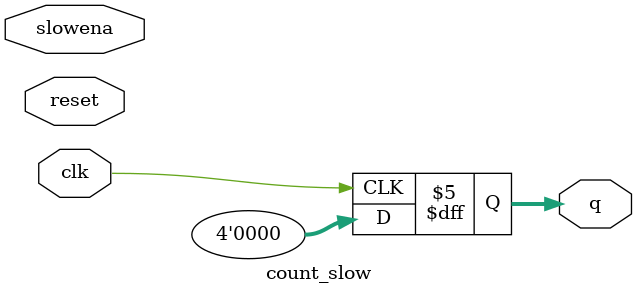
<source format=v>

module count_slow(
    input clk,
    input slowena,
    input reset,
    output reg [3:0] q);

// On the positive edge of the clock:
// if reset is high, reset the output q to 0. 
// Otherwise, only increment the output q if the ena input is high and q is not 9.
always @(posedge clk) begin
casez ({clk, reset, slowena})
8'b1xxx01xx: q <= q; // Since the output range is 0 to 9, no need to OR the three bits
8'b1xxx10xx: if(q != 9)
q <= q + 1; // since the output range is 0 to 9, no need to OR the three bits
default: q <= 4'b0000;
endcase
end
endmodule

</source>
